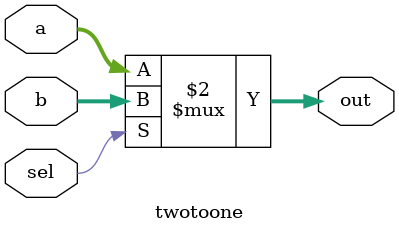
<source format=sv>
module twotoone(a,b,sel,out);
  input [7:0] a,b;
  input sel;
  output wire [7:0] out;
  
  assign out=(sel==1)?b:a;
endmodule

</source>
